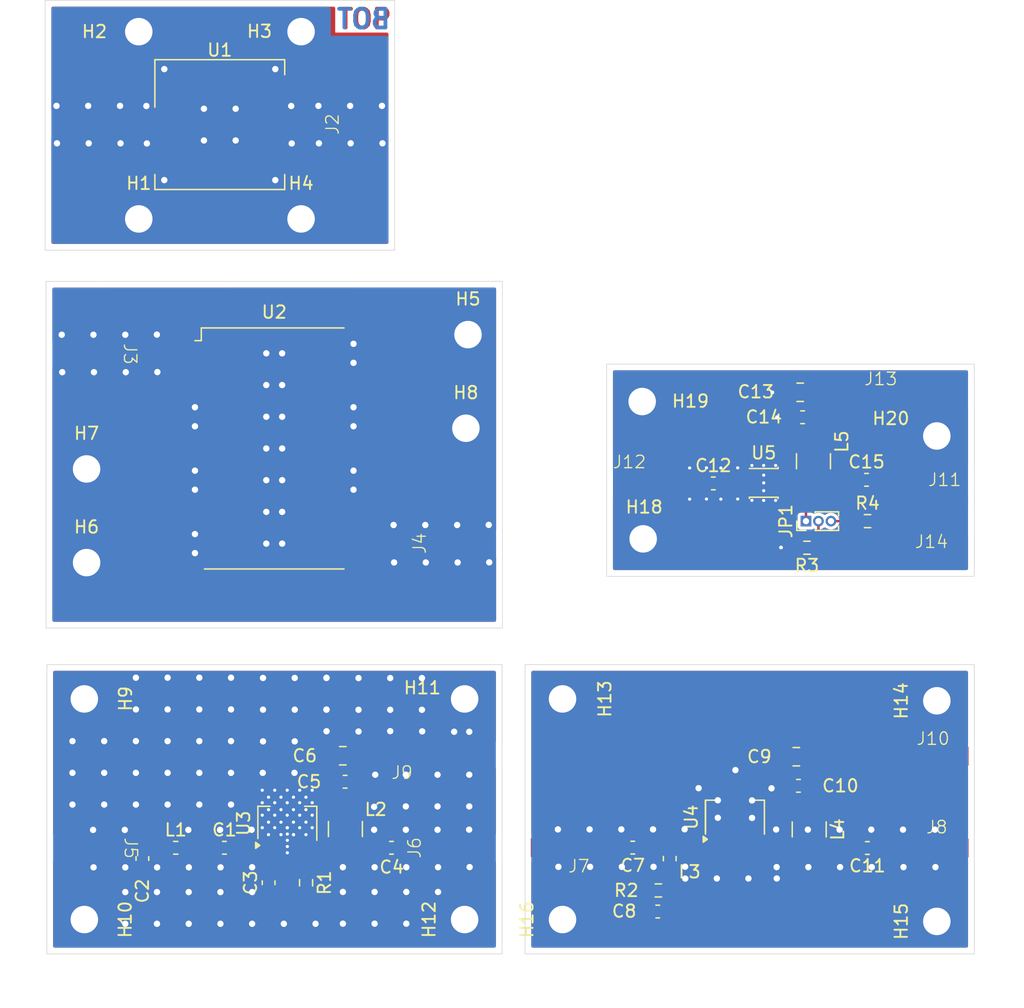
<source format=kicad_pcb>
(kicad_pcb (version 20241229) (generator "pcbnew") (generator_version "9.0")
  (layers (0 "F.Cu" signal) (2 "B.Cu" signal) (13 "F.Paste" user) (15 "B.Paste" user) (5 "F.SilkS" user "F.Silkscreen") (7 "B.SilkS" user "B.Silkscreen") (1 "F.Mask" user) (3 "B.Mask" user) (25 "Edge.Cuts" user))
  (net 0 "")
  (net 1 "GND")
  (net 2 "Net-(C1-Pad2)")
  (net 3 "Net-(C1-Pad1)")
  (net 4 "Net-(C3-Pad2)")
  (net 5 "Net-(C4-Pad1)")
  (net 6 "Net-(U4-RFIN)")
  (net 7 "Net-(C8-Pad2)")
  (net 8 "Net-(U4-RFOUT)")
  (net 9 "Net-(L3-Pad2)")
  (net 10 "Net-(J9-Pin_1)")
  (net 11 "Net-(J5-Pin_1)")
  (net 12 "Net-(J6-Pin_1)")
  (net 13 "Net-(J7-Pin_1)")
  (net 14 "Net-(J10-Pin_1)")
  (net 15 "Net-(J8-Pin_1)")
  (net 16 "Net-(J1-Pin_1)")
  (net 17 "Net-(J2-Pin_1)")
  (net 18 "Net-(J3-Pin_1)")
  (net 19 "Net-(J4-Pin_1)")
  (net 20 "Net-(J12-Pin_1)")
  (net 21 "Net-(U5-RF-IN)")
  (net 22 "Net-(J13-Pin_1)")
  (net 23 "Net-(U5-RF-OUT+Vdd)")
  (net 24 "Net-(J11-Pin_1)")
  (net 25 "Net-(J14-Pin_1)")
  (net 26 "Net-(JP1-A)")
  (net 27 "Net-(JP1-B)")
  (net 28 "Net-(JP1-C)")
  (footprint "Capacitor_SMD:C_0603_1608Metric_Pad1.08x0.95mm_HandSolder" (layer "F.Cu") (at 157.1875 131.76 180)
    (property "Reference" "C7")
    (property "Value" "C_Small")
  )
  (footprint "Capacitor_SMD:C_0603_1608Metric_Pad1.08x0.95mm_HandSolder" (layer "F.Cu") (at 128.02 134.5725 -90)
    (property "Reference" "C3")
    (property "Value" "C_Small")
  )
  (footprint "PanelMountRF_DC:RF_SMA_Edge_PanelMount" (layer "F.Cu") (at 143.45 131.7825 90)
    (property "Reference" "J6")
    (property "Value" "RF_OUT")
  )
  (footprint "PanelMountRF_DC:RF_SMA_Edge_PanelMount" (layer "F.Cu") (at 113.47 131.7925 -90)
    (property "Reference" "J5")
    (property "Value" "RF_IN")
  )
  (footprint "PanelMountRF_DC:RF_SMA_Edge_PanelMount" (layer "F.Cu") (at 181.24 124.44 -90)
    (property "Reference" "J10")
    (property "Value" "+5V")
  )
  (footprint "Capacitor_SMD:C_0805_2012Metric_Pad1.18x1.45mm_HandSolder" (layer "F.Cu") (at 170.6 95.29 180)
    (property "Reference" "C13")
    (property "Value" "C_Small")
  )
  (footprint "Resistor_SMD:R_0603_1608Metric_Pad0.98x0.95mm_HandSolder" (layer "F.Cu") (at 175.99 105.61)
    (property "Reference" "R4")
    (property "Value" "R_Small")
  )
  (footprint "PanelMountRF_DC:RF_SMA_Edge_PanelMount" (layer "F.Cu") (at 181.54 131.79 90)
    (property "Reference" "J8")
    (property "Value" "RF_IN")
  )
  (footprint "MountingHole:MountingHole_2.2mm_M2_DIN965_Pad" (layer "F.Cu") (at 181.54 120 90)
    (property "Reference" "H14")
    (property "Value" "MountingHole_Pad")
  )
  (footprint "MountingHole:MountingHole_2.2mm_M2_DIN965_Pad" (layer "F.Cu") (at 143.72 137.52 90)
    (property "Reference" "H12")
    (property "Value" "MountingHole_Pad")
  )
  (footprint "PanelMountRF_DC:RF_SMA_Edge_PanelMount" (layer "F.Cu") (at 143.65 107.41 90)
    (property "Reference" "J4")
    (property "Value" "RF_OUT")
  )
  (footprint "Resistor_SMD:R_0603_1608Metric_Pad0.98x0.95mm_HandSolder" (layer "F.Cu") (at 131.02 134.5725 90)
    (property "Reference" "R1")
    (property "Value" "R_Small")
  )
  (footprint "PanelMountRF_DC:RF_SMA_Edge_PanelMount" (layer "F.Cu") (at 181.24 102.3 90)
    (property "Reference" "J11")
    (property "Value" "RF_OUT")
  )
  (footprint "Capacitor_SMD:C_0603_1608Metric_Pad1.08x0.95mm_HandSolder" (layer "F.Cu") (at 163.64 102.59)
    (property "Reference" "C12")
    (property "Value" "C_Small")
  )
  (footprint "Package_TO_SOT_SMD:SOT-89-3" (layer "F.Cu") (at 129.52 129.81 90)
    (property "Reference" "U3")
    (property "Value" "PHA-13LN")
  )
  (footprint "minickts_kicad:Mini-Circuits_GP731_LandPatternPL-176" (layer "F.Cu") (at 124.11 73.85)
    (property "Reference" "U1")
    (property "Value" "RBP263+/RBP188+")
  )
  (footprint "Package_TO_SOT_SMD:SOT-89-3_Handsoldering" (layer "F.Cu") (at 165.37 129.32 90)
    (property "Reference" "U4")
    (property "Value" "~")
  )
  (footprint "PanelMountRF_DC:RF_SMA_Edge_PanelMount" (layer "F.Cu") (at 113.33 73.83 -90)
    (property "Reference" "J1" (hide yes))
    (property "Value" "RF_IN")
  )
  (footprint "PanelMountRF_DC:RF_SMA_Edge_PanelMount" (layer "F.Cu") (at 180.53 95.29 -90)
    (property "Reference" "J13")
    (property "Value" "+5V")
  )
  (footprint "Capacitor_SMD:C_0603_1608Metric_Pad1.08x0.95mm_HandSolder" (layer "F.Cu") (at 170.79 97.29 180)
    (property "Reference" "C14")
    (property "Value" "C_Small")
  )
  (footprint "Inductor_SMD:L_1210_3225Metric_Pad1.42x2.65mm_HandSolder" (layer "F.Cu") (at 171.3175 130.3 -90)
    (property "Reference" "L4")
    (property "Value" "L_Small")
  )
  (footprint "PanelMountRF_DC:RF_SMA_Edge_PanelMount" (layer "F.Cu") (at 113.51 92.16 -90)
    (property "Reference" "J3")
    (property "Value" "RF_IN")
  )
  (footprint "Capacitor_SMD:C_0603_1608Metric_Pad1.08x0.95mm_HandSolder" (layer "F.Cu") (at 170.4575 126.81 180)
    (property "Reference" "C10")
    (property "Value" "C_Small")
  )
  (footprint "MountingHole:MountingHole_2.2mm_M2_DIN965_Pad" (layer "F.Cu") (at 151.56 119.85 90)
    (property "Reference" "H13")
    (property "Value" "MountingHole_Pad")
  )
  (footprint "Inductor_SMD:L_1210_3225Metric_Pad1.42x2.65mm_HandSolder" (layer "F.Cu") (at 171.66 100.81 -90)
    (property "Reference" "L5")
    (property "Value" "L_Small")
  )
  (footprint "MountingHole:MountingHole_2.2mm_M2_DIN965_Pad" (layer "F.Cu") (at 143.99 90.67)
    (property "Reference" "H5")
    (property "Value" "MountingHole_Pad")
  )
  (footprint "Capacitor_SMD:C_0603_1608Metric_Pad1.08x0.95mm_HandSolder" (layer "F.Cu") (at 175.9775 131.79 180)
    (property "Reference" "C11")
    (property "Value" "C_Small")
  )
  (footprint "Capacitor_SMD:C_0805_2012Metric_Pad1.18x1.45mm_HandSolder" (layer "F.Cu") (at 133.9575 124.4025 180)
    (property "Reference" "C6")
    (property "Value" "C_Small")
  )
  (footprint "MountingHole:MountingHole_2.2mm_M2_DIN965_Pad" (layer "F.Cu") (at 181.54 137.67 90)
    (property "Reference" "H15")
    (property "Value" "MountingHole_Pad")
  )
  (footprint "Resistor_SMD:R_0603_1608Metric_Pad0.98x0.95mm_HandSolder" (layer "F.Cu") (at 159.2375 135.19)
    (property "Reference" "R2")
    (property "Value" "R_Small")
  )
  (footprint "Capacitor_SMD:C_0603_1608Metric_Pad1.08x0.95mm_HandSolder" (layer "F.Cu") (at 137.86 131.7725)
    (property "Reference" "C4")
    (property "Value" "C_Small")
  )
  (footprint "Inductor_SMD:L_0603_1608Metric_Pad1.05x0.95mm_HandSolder" (layer "F.Cu") (at 120.58 131.7725)
    (property "Reference" "L1")
    (property "Value" "L_Small")
  )
  (footprint "Capacitor_SMD:C_0603_1608Metric_Pad1.08x0.95mm_HandSolder" (layer "F.Cu") (at 124.48 131.7725)
    (property "Reference" "C1")
    (property "Value" "C_Small")
  )
  (footprint "PanelMountRF_DC:RF_SMA_Edge_PanelMount" (layer "F.Cu") (at 134.88 73.83 90)
    (property "Reference" "J2")
    (property "Value" "RF_OUT")
  )
  (footprint "Connector_PinHeader_1.00mm:PinHeader_1x03_P1.00mm_Vertical" (layer "F.Cu") (at 171.06 105.61 90)
    (property "Reference" "JP1")
    (property "Value" "Jumper_3_Bridged12")
  )
  (footprint "Resistor_SMD:R_0603_1608Metric_Pad0.98x0.95mm_HandSolder" (layer "F.Cu") (at 171.14 107.74 180)
    (property "Reference" "R3")
    (property "Value" "R_Small")
  )
  (footprint "minickts_kicad:Mini-Circuits_HF1139_LandPatternPL-230" (layer "F.Cu") (at 128.4695 99.79)
    (property "Reference" "U2")
    (property "Value" "~")
  )
  (footprint "MountingHole:MountingHole_2.2mm_M2_DIN965_Pad" (layer "F.Cu") (at 113.44 101.43)
    (property "Reference" "H7")
    (property "Value" "MountingHole_Pad")
  )
  (footprint "PanelMountRF_DC:RF_SMA_Edge_PanelMount" (layer "F.Cu") (at 158.34 102.6 90)
    (property "Reference" "J12")
    (property "Value" "RF_OUT")
  )
  (footprint "MountingHole:MountingHole_2.2mm_M2_DIN965_Pad" (layer "F.Cu") (at 113.26 137.52 90)
    (property "Reference" "H10")
    (property "Value" "MountingHole_Pad")
  )
  (footprint "Capacitor_SMD:C_0805_2012Metric_Pad1.18x1.45mm_HandSolder" (layer "F.Cu") (at 170.2875 124.48 180)
    (property "Reference" "C9")
    (property "Value" "C_Small")
  )
  (footprint "PanelMountRF_DC:RF_SMA_Edge_PanelMount" (layer "F.Cu") (at 181.24 105.61 90)
    (property "Reference" "J14")
    (property "Value" "VSHUT")
  )
  (footprint "Capacitor_SMD:C_0603_1608Metric_Pad1.08x0.95mm_HandSolder" (layer "F.Cu") (at 175.91 102.3)
    (property "Reference" "C15")
    (property "Value" "C_Small")
  )
  (footprint "MountingHole:MountingHole_2.2mm_M2_DIN965_Pad" (layer "F.Cu") (at 130.62 66.405)
    (property "Reference" "H3")
    (property "Value" "MountingHole_Pad")
  )
  (footprint "MountingHole:MountingHole_2.2mm_M2_DIN965_Pad" (layer "F.Cu") (at 151.56 137.52 90)
    (property "Reference" "H16")
    (property "Value" "MountingHole_Pad")
  )
  (footprint "Capacitor_SMD:C_0603_1608Metric_Pad1.08x0.95mm_HandSolder" (layer "F.Cu") (at 159.1875 136.88 180)
    (property "Reference" "C8")
    (property "Value" "C_Small")
  )
  (footprint "MountingHole:MountingHole_2.2mm_M2_DIN965_Pad" (layer "F.Cu") (at 113.44 108.93)
    (property "Reference" "H6")
    (property "Value" "MountingHole_Pad")
  )
  (footprint "MountingHole:MountingHole_2.2mm_M2_DIN965_Pad" (layer "F.Cu") (at 117.62 81.405)
    (property "Reference" "H1")
    (property "Value" "MountingHole_Pad")
  )
  (footprint "MountingHole:MountingHole_2.2mm_M2_DIN965_Pad" (layer "F.Cu") (at 117.62 66.405)
    (property "Reference" "H2")
    (property "Value" "MountingHole_Pad")
  )
  (footprint "MountingHole:MountingHole_2.2mm_M2_DIN965_Pad" (layer "F.Cu") (at 130.62 81.405)
    (property "Reference" "H4")
    (property "Value" "MountingHole_Pad")
  )
  (footprint "PanelMountRF_DC:RF_SMA_Edge_PanelMount" (layer "F.Cu") (at 152.86 131.8 90)
    (property "Reference" "J7")
    (property "Value" "RF_IN")
  )
  (footprint "Inductor_SMD:L_1210_3225Metric_Pad1.42x2.65mm_HandSolder" (layer "F.Cu") (at 134.17 130.2725 -90)
    (property "Reference" "L2")
    (property "Value" "L_Small")
  )
  (footprint "MountingHole:MountingHole_2.2mm_M2_DIN965_Pad" (layer "F.Cu") (at 143.72 119.85 90)
    (property "Reference" "H11")
    (property "Value" "MountingHole_Pad")
  )
  (footprint "MountingHole:MountingHole_2.2mm_M2_DIN965_Pad" (layer "F.Cu") (at 113.26 119.85 90)
    (property "Reference" "H9")
    (property "Value" "MountingHole_Pad")
  )
  (footprint "MountingHole:MountingHole_2.2mm_M2_DIN965_Pad" (layer "F.Cu") (at 158.02 107.03)
    (property "Reference" "H18")
    (property "Value" "MountingHole_Pad")
  )
  (footprint "MountingHole:MountingHole_2.2mm_M2_DIN965_Pad" (layer "F.Cu") (at 157.94 96.03)
    (property "Reference" "H19")
    (property "Value" "MountingHole_Pad")
  )
  (footprint "MountingHole:MountingHole_2.2mm_M2_DIN965_Pad" (layer "F.Cu") (at 181.54 98.79)
    (property "Reference" "H20")
    (property "Value" "MountingHole_Pad")
  )
  (footprint "Inductor_SMD:L_0603_1608Metric_Pad1.05x0.95mm_HandSolder" (layer "F.Cu") (at 160.1475 132.64 -90)
    (property "Reference" "L3")
    (property "Value" "L_Small")
  )
  (footprint "minickts_kicad:QFN-8_EP_2x2_Pitch0.5mm" (layer "F.Cu") (at 167.67625 102.545)
    (property "Reference" "U5")
    (property "Value" "~")
  )
  (footprint "PanelMountRF_DC:RF_SMA_Edge_PanelMount" (layer "F.Cu") (at 138.69 124.3425 90)
    (property "Reference" "J9")
    (property "Value" "+5V")
  )
  (footprint "Capacitor_SMD:C_0603_1608Metric_Pad1.08x0.95mm_HandSolder" (layer "F.Cu") (at 117.91 132.6325 90)
    (property "Reference" "C2")
    (property "Value" "C_Small")
  )
  (footprint "Capacitor_SMD:C_0603_1608Metric_Pad1.08x0.95mm_HandSolder" (layer "F.Cu") (at 134.1475 126.4825 180)
    (property "Reference" "C5")
    (property "Value" "C_Small")
  )
  (footprint "MountingHole:MountingHole_2.2mm_M2_DIN965_Pad" (layer "F.Cu") (at 143.82 98.17)
    (property "Reference" "H8")
    (property "Value" "MountingHole_Pad")
  )
  (gr_rect (start 155.1 93.03) (end 184.54 110.03) (stroke (width 0.05)) (fill no) (layer "Edge.Cuts"))
  (gr_line (start 146.74 114.17) (end 110.199 114.17) (stroke (width 0.05)) (layer "Edge.Cuts"))
  (gr_rect (start 148.56 117.1) (end 184.54 140.27) (stroke (width 0.05)) (fill no) (layer "Edge.Cuts"))
  (gr_line (start 146.74 86.4) (end 146.74 114.17) (stroke (width 0.05)) (layer "Edge.Cuts"))
  (gr_line (start 110.199 86.41) (end 110.199 114.17) (stroke (width 0.05)) (layer "Edge.Cuts"))
  (gr_line (start 110.199 86.41) (end 146.74 86.4) (stroke (width 0.05)) (layer "Edge.Cuts"))
  (gr_rect (start 110.26 117.1) (end 146.72 140.27) (stroke (width 0.05)) (fill no) (layer "Edge.Cuts"))
  (gr_rect (start 110.12 63.905) (end 138.12 83.905) (stroke (width 0.05)) (fill no) (layer "Edge.Cuts"))
  (gr_text "TOP" (at 133.42 66.27 0) (layer "F.Cu") (effects (font (size 1.5 1.5) (thickness 0.3) (bold yes)) (justify left bottom)))
  (gr_text "BOT" (at 137.93 66.27 0) (layer "B.Cu") (effects (font (size 1.5 1.5) (thickness 0.3) (bold yes)) (justify left bottom mirror)))
  (segment (start 170.2275 107.74) (end 169.08 107.74) (width 0.2) (layer "F.Cu") (net 1))
  (segment (start 168.38 95.29) (end 168.37 95.3) (width 0.2) (layer "F.Cu") (net 1))
  (segment (start 169.08 107.74) (end 169.06 107.72) (width 0.2) (layer "F.Cu") (net 1))
  (segment (start 168.75 97.29) (end 168.74 97.28) (width 0.2) (layer "F.Cu") (net 1))
  (segment (start 169.9275 97.29) (end 168.75 97.29) (width 0.2) (layer "F.Cu") (net 1))
  (segment (start 169.5625 95.29) (end 168.38 95.29) (width 0.2) (layer "F.Cu") (net 1))
  (via (at 161.38 133.29) (size 0.6096) (drill 0.508) (layers "F.Cu" "B.Cu") (net 1))
  (via (at 128.01 127.72) (size 0.3048) (drill 0.254) (layers "F.Cu" "B.Cu") (net 1))
  (via (at 144.12 133.32) (size 0.6096) (drill 0.508) (layers "F.Cu" "B.Cu") (net 1))
  (via (at 144.08 130.32) (size 0.6096) (drill 0.508) (layers "F.Cu" "B.Cu") (net 1))
  (via (at 171.21 130.32) (size 0.6096) (drill 0.508) (layers "F.Cu" "B.Cu") (net 1))
  (via (at 112.31 125.77) (size 0.6096) (drill 0.508) (layers "F.Cu" "B.Cu") (net 1))
  (via (at 140.32 122.45) (size 0.6096) (drill 0.508) (layers "F.Cu" "B.Cu") (net 1))
  (via (at 130.02 130.7275) (size 0.3048) (drill 0.254) (layers "F.Cu" "B.Cu") (net 1))
  (via (at 129.52 131.6725) (size 0.3048) (drill 0.254) (layers "F.Cu" "B.Cu") (net 1))
  (via (at 168.72 134.23) (size 0.6096) (drill 0.508) (layers "F.Cu" "B.Cu") (net 1))
  (via (at 129.52 131.1725) (size 0.3048) (drill 0.254) (layers "F.Cu" "B.Cu") (net 1))
  (via (at 130.51 127.1625) (size 0.3048) (drill 0.254) (layers "F.Cu" "B.Cu") (net 1))
  (via (at 131.51 128.1625) (size 0.3048) (drill 0.254) (layers "F.Cu" "B.Cu") (net 1))
  (via (at 167.67625 103.17) (size 0.3048) (drill 0.254) (layers "F.Cu" "B.Cu") (net 1))
  (via (at 129.51 128.1625) (size 0.3048) (drill 0.254) (layers "F.Cu" "B.Cu") (net 1))
  (via (at 117.39 120.69) (size 0.6096) (drill 0.508) (layers "F.Cu" "B.Cu") (net 1))
  (via (at 111.07 75.35) (size 0.6096) (drill 0.508) (layers "F.Cu" "B.Cu") (net 1))
  (via (at 142.88 122.48) (size 0.6096) (drill 0.508) (layers "F.Cu" "B.Cu") (net 1))
  (via (at 116.54 135.32) (size 0.6096) (drill 0.508) (layers "F.Cu" "B.Cu") (net 1))
  (via (at 137.1 72.35) (size 0.6096) (drill 0.508) (layers "F.Cu" "B.Cu") (net 1))
  (via (at 145.69 108.91) (size 0.6096) (drill 0.508) (layers "F.Cu" "B.Cu") (net 1))
  (via (at 113.61 75.35) (size 0.6096) (drill 0.508) (layers "F.Cu" "B.Cu") (net 1))
  (via (at 134.59 75.35) (size 0.6096) (drill 0.508) (layers "F.Cu" "B.Cu") (net 1))
  (via (at 171.25 133.32) (size 0.6096) (drill 0.508) (layers "F.Cu" "B.Cu") (net 1))
  (via (at 117.39 123.23) (size 0.6096) (drill 0.508) (layers "F.Cu" "B.Cu") (net 1))
  (via (at 140.57 105.92) (size 0.6096) (drill 0.508) (layers "F.Cu" "B.Cu") (net 1))
  (via (at 143.12 105.92) (size 0.6096) (drill 0.508) (layers "F.Cu" "B.Cu") (net 1))
  (via (at 116.54 90.68) (size 0.6096) (drill 0.508) (layers "F.Cu" "B.Cu") (net 1))
  (via (at 136.47 130.33) (size 0.6096) (drill 0.508) (layers "F.Cu" "B.Cu") (net 1))
  (via (at 121.63 133.34) (size 0.6096) (drill 0.508) (layers "F.Cu" "B.Cu") (net 1))
  (via (at 139.01 130.33) (size 0.6096) (drill 0.508) (layers "F.Cu" "B.Cu") (net 1))
  (via (at 116.54 133.34) (size 0.6096) (drill 0.508) (layers "F.Cu" "B.Cu") (net 1))
  (via (at 164 127.97) (size 0.6096) (drill 0.508) (layers "F.Cu" "B.Cu") (net 1))
  (via (at 114.85 128.31) (size 0.6096) (drill 0.508) (layers "F.Cu" "B.Cu") (net 1))
  (via (at 173.79 133.32) (size 0.6096) (drill 0.508) (layers "F.Cu" "B.Cu") (net 1))
  (via (at 129.51 130.1625) (size 0.3048) (drill 0.254) (layers "F.Cu" "B.Cu") (net 1))
  (via (at 168.63 103.95) (size 0.3048) (drill 0.254) (layers "F.Cu" "B.Cu") (net 1))
  (via (at 140.3 118.18) (size 0.6096) (drill 0.508) (layers "F.Cu" "B.Cu") (net 1))
  (via (at 181.39 130.32) (size 0.6096) (drill 0.508) (layers "F.Cu" "B.Cu") (net 1))
  (via (at 153.77 133.3) (size 0.6096) (drill 0.508) (layers "F.Cu" "B.Cu") (net 1))
  (via (at 173.75 130.32) (size 0.6096) (drill 0.508) (layers "F.Cu" "B.Cu") (net 1))
  (via (at 130.01 127.72) (size 0.3048) (drill 0.254) (layers "F.Cu" "B.Cu") (net 1))
  (via (at 132.65 118.17) (size 0.6096) (drill 0.508) (layers "F.Cu" "B.Cu") (net 1))
  (via (at 138.07 108.92) (size 0.6096) (drill 0.508) (layers "F.Cu" "B.Cu") (net 1))
  (via (at 122.47 128.31) (size 0.6096) (drill 0.508) (layers "F.Cu" "B.Cu") (net 1))
  (via (at 124.16 137.86) (size 0.6096) (drill 0.508) (layers "F.Cu" "B.Cu") (net 1))
  (via (at 113.96 130.34) (size 0.6096) (drill 0.508) (layers "F.Cu" "B.Cu") (net 1))
  (via (at 144.09 128.46) (size 0.6096) (drill 0.508) (layers "F.Cu" "B.Cu") (net 1))
  (via (at 144.09 122.48) (size 0.6096) (drill 0.508) (layers "F.Cu" "B.Cu") (net 1))
  (via (at 132.66 120.7) (size 0.6096) (drill 0.508) (layers "F.Cu" "B.Cu") (net 1))
  (via (at 163.09 103.84) (size 0.3048) (drill 0.254) (layers "F.Cu" "B.Cu") (net 1))
  (via (at 132.66 118.16) (size 0.6096) (drill 0.508) (layers "F.Cu" "B.Cu") (net 1))
  (via (at 131.01 129.72) (size 0.3048) (drill 0.254) (layers "F.Cu" "B.Cu") (net 1))
  (via (at 165.41 125.55) (size 0.6096) (drill 0.508) (layers "F.Cu" "B.Cu") (net 1))
  (via (at 132.65 120.71) (size 0.6096) (drill 0.508) (layers "F.Cu" "B.Cu") (net 1))
  (via (at 166.45 134.23) (size 0.6096) (drill 0.508) (layers "F.Cu" "B.Cu") (net 1))
  (via (at 121.59 130.34) (size 0.6096) (drill 0.508) (layers "F.Cu" "B.Cu") (net 1))
  (via (at 114.85 125.77) (size 0.6096) (drill 0.508) (layers "F.Cu" "B.Cu") (net 1))
  (via (at 129.83 72.36) (size 0.6096) (drill 0.508) (layers "F.Cu" "B.Cu") (net 1))
  (via (at 122.47 125.77) (size 0.6096) (drill 0.508) (layers "F.Cu" "B.Cu") (net 1))
  (via (at 125.01 125.77) (size 0.6096) (drill 0.508) (layers "F.Cu" "B.Cu") (net 1))
  (via (at 168.74 97.28) (size 0.6) (drill 0.3) (layers "F.Cu" "B.Cu") (net 1))
  (via (at 133.97 137.85) (size 0.6096) (drill 0.508) (layers "F.Cu" "B.Cu") (net 1))
  (via (at 119.93 128.31) (size 0.6096) (drill 0.508) (layers "F.Cu" "B.Cu") (net 1))
  (via (at 136.51 137.85) (size 0.6096) (drill 0.508) (layers "F.Cu" "B.Cu") (net 1))
  (via (at 139.01 128.46) (size 0.6096) (drill 0.508) (layers "F.Cu" "B.Cu") (net 1))
  (via (at 127.57 118.17) (size 0.6096) (drill 0.508) (layers "F.Cu" "B.Cu") (net 1))
  (via (at 126.7 137.86) (size 0.6096) (drill 0.508) (layers "F.Cu" "B.Cu") (net 1))
  (via (at 128.01 128.72) (size 0.3048) (drill 0.254) (layers "F.Cu" "B.Cu") (net 1))
  (via (at 130.51 128.1625) (size 0.3048) (drill 0.254) (layers "F.Cu" "B.Cu") (net 1))
  (via (at 129.51 129.1625) (size 0.3048) (drill 0.254) (layers "F.Cu" "B.Cu") (net 1))
  (via (at 121.62 135.32) (size 0.6096) (drill 0.508) (layers "F.Cu" "B.Cu") (net 1))
  (via (at 126.7 133.33) (size 0.6096) (drill 0.508) (layers "F.Cu" "B.Cu") (net 1))
  (via (at 137.76 120.72) (size 0.6096) (drill 0.508) (layers "F.Cu" "B.Cu") (net 1))
  (via (at 130.51 129.1625) (size 0.3048) (drill 0.254) (layers "F.Cu" "B.Cu") (net 1))
  (via (at 137.76 122.43) (size 0.6096) (drill 0.508) (layers "F.Cu" "B.Cu") (net 1))
  (via (at 168.37 95.3) (size 0.6) (drill 0.3) (layers "F.Cu" "B.Cu") (net 1))
  (via (at 125.01 123.23) (size 0.6096) (drill 0.508) (layers "F.Cu" "B.Cu") (net 1))
  (via (at 135.22 122.46) (size 0.6096) (drill 0.508) (layers "F.Cu" "B.Cu") (net 1))
  (via (at 167.67 103.95) (size 0.3048) (drill 0.254) (layers "F.Cu" "B.Cu") (net 1))
  (via (at 129.24 137.86) (size 0.6096) (drill 0.508) (layers "F.Cu" "B.Cu") (net 1))
  (via (at 132.05 75.35) (size 0.6096) (drill 0.508) (layers "F.Cu" "B.Cu") (net 1))
  (via (at 168.67 130.31) (size 0.6096) (drill 0.508) (layers "F.Cu" "B.Cu") (net 1))
  (via (at 122.47 118.15) (size 0.6096) (drill 0.508) (layers "F.Cu" "B.Cu") (net 1))
  (via (at 114 133.34) (size 0.6096) (drill 0.508) (layers "F.Cu" "B.Cu") (net 1))
  (via (at 125.01 128.31) (size 0.6096) (drill 0.508) (layers "F.Cu" "B.Cu") (net 1))
  (via (at 124.17 133.34) (size 0.6096) (drill 0.508) (layers "F.Cu" "B.Cu") (net 1))
  (via (at 176.33 133.32) (size 0.6096) (drill 0.508) (layers "F.Cu" "B.Cu") (net 1))
  (via (at 114.85 123.23) (size 0.6096) (drill 0.508) (layers "F.Cu" "B.Cu") (net 1))
  (via (at 169.06 107.72) (size 0.6) (drill 0.3) (layers "F.Cu" "B.Cu") (net 1))
  (via (at 130.11 118.17) (size 0.6096) (drill 0.508) (layers "F.Cu" "B.Cu") (net 1))
  (via (at 140.3 120.72) (size 0.6096) (drill 0.508) (layers "F.Cu" "B.Cu") (net 1))
  (via (at 153.73 130.3) (size 0.6096) (drill 0.508) (layers "F.Cu" "B.Cu") (net 1))
  (via (at 162.46 127) (size 0.6096) (drill 0.508) (layers "F.Cu" "B.Cu") (net 1))
  (via (at 119.93 125.77) (size 0.6096) (drill 0.508) (layers "F.Cu" "B.Cu") (net 1))
  (via (at 144.09 125.92) (size 0.6096) (drill 0.508) (layers "F.Cu" "B.Cu") (net 1))
  (via (at 111.45 90.68) (size 0.6096) (drill 0.508) (layers "F.Cu" "B.Cu") (net 1))
  (via (at 111.49 93.68) (size 0.6096) (drill 0.508) (layers "F.Cu" "B.Cu") (net 1))
  (via (at 141.55 130.33) (size 0.6096) (drill 0.508) (layers "F.Cu" "B.Cu") (net 1))
  (via (at 141.59 135.31) (size 0.6096) (drill 0.508) (layers "F.Cu" "B.Cu") (net 1))
  (via (at 130.09 125.77) (size 0.6096) (drill 0.508) (layers "F.Cu" "B.Cu") (net 1))
  (via (at 117.39 118.15) (size 0.6096) (drill 0.508) (layers "F.Cu" "B.Cu") (net 1))
  (via (at 119.07 90.67) (size 0.6096) (drill 0.508) (layers "F.Cu" "B.Cu") (net 1))
  (via (at 111.03 72.35) (size 0.6096) (drill 0.508) (layers "F.Cu" "B.Cu") (net 1))
  (via (at 125.01 120.69) (size 0.6096) (drill 0.508) (layers "F.Cu" "B.Cu") (net 1))
  (via (at 124.13 130.34) (size 0.6096) (drill 0.508) (layers "F.Cu" "B.Cu") (net 1))
  (via (at 119.93 123.23) (size 0.6096) (drill 0.508) (layers "F.Cu" "B.Cu") (net 1))
  (via (at 133.97 133.33) (size 0.6096) (drill 0.508) (layers "F.Cu" "B.Cu") (net 1))
  (via (at 176.29 130.32) (size 0.6096) (drill 0.508) (layers "F.Cu" "B.Cu") (net 1))
  (via (at 136.51 135.31) (size 0.6096) (drill 0.508) (layers "F.Cu" "B.Cu") (net 1))
  (via (at 116.5 130.34) (size 0.6096) (drill 0.508) (layers "F.Cu" "B.Cu") (net 1))
  (via (at 128.51 127.1625) (size 0.3048) (drill 0.254) (layers "F.Cu" "B.Cu") (net 1))
  (via (at 136.51 133.33) (size 0.6096) (drill 0.508) (layers "F.Cu" "B.Cu") (net 1))
  (via (at 116.12 72.35) (size 0.6096) (drill 0.508) (layers "F.Cu" "B.Cu") (net 1))
  (via (at 128.51 129.1625) (size 0.3048) (drill 0.254) (layers "F.Cu" "B.Cu") (net 1))
  (via (at 140.61 108.92) (size 0.6096) (drill 0.508) (layers "F.Cu" "B.Cu") (net 1))
  (via (at 132.66 122.44) (size 0.6096) (drill 0.508) (layers "F.Cu" "B.Cu") (net 1))
  (via (at 161.34 130.29) (size 0.6096) (drill 0.508) (layers "F.Cu" "B.Cu") (net 1))
  (via (at 161.74 101.35) (size 0.3048) (drill 0.254) (layers "F.Cu" "B.Cu") (net 1))
  (via (at 136.47 128.49) (size 0.6096) (drill 0.508) (layers "F.Cu" "B.Cu") (net 1))
  (via (at 167.67 101.15) (size 0.3048) (drill 0.254) (layers "F.Cu" "B.Cu") (net 1))
  (via (at 161.74 103.85) (size 0.3048) (drill 0.254) (layers "F.Cu" "B.Cu") (net 1))
  (via (at 129.87 75.36) (size 0.6096) (drill 0.508) (layers "F.Cu" "B.Cu") (net 1))
  (via (at 119.09 133.34) (size 0.6096) (drill 0.508) (layers "F.Cu" "B.Cu") (net 1))
  (via (at 119.93 118.15) (size 0.6096) (drill 0.508) (layers "F.Cu" "B.Cu") (net 1))
  (via (at 119.93 120.69) (size 0.6096) (drill 0.508) (layers "F.Cu" "B.Cu") (net 1))
  (via (at 163.92 134.23) (size 0.6096) (drill 0.508) (layers "F.Cu" "B.Cu") (net 1))
  (via (at 125.01 118.15) (size 0.6096) (drill 0.508) (layers "F.Cu" "B.Cu") (net 1))
  (via (at 121.62 137.86) (size 0.6096) (drill 0.508) (layers "F.Cu" "B.Cu") (net 1))
  (via (at 129.01 127.72) (size 0.3048) (drill 0.254) (layers "F.Cu" "B.Cu") (net 1))
  (via (at 166.73 103.94) (size 0.3048) (drill 0.254) (layers "F.Cu" "B.Cu") (net 1))
  (via (at 129.52 132.1725) (size 0.3048) (drill 0.254) (layers "F.Cu" "B.Cu") (net 1))
  (via (at 141.55 128.46) (size 0.6096) (drill 0.508) (layers "F.Cu" "B.Cu") (net 1))
  (via (at 167.67625 102.545) (size 0.3048) (drill 0.254) (layers "F.Cu" "B.Cu") (net 1))
  (via (at 135.22 118.18) (size 0.6096) (drill 0.508) (layers "F.Cu" "B.Cu") (net 1))
  (via (at 130.11 123.25) (size 0.6096) (drill 0.508) (layers "F.Cu" "B.Cu") (net 1))
  (via (at 141.59 133.33) (size 0.6096) (drill 0.508) (layers "F.Cu" "B.Cu") (net 1))
  (via (at 126.7 135.32) (size 0.6096) (drill 0.508) (layers "F.Cu" "B.Cu") (net 1))
  (via (at 143.16 108.92) (size 0.6096) (drill 0.508) (layers "F.Cu" "B.Cu") (net 1))
  (via (at 130.01 128.72) (size 0.3048) (drill 0.254) (layers "F.Cu" "B.Cu") (net 1))
  (via (at 119.11 93.67) (size 0.6096) (drill 0.508) (layers "F.Cu" "B.Cu") (net 1))
  (via (at 131.51 130.1625) (size 0.3048) (drill 0.254) (layers "F.Cu" "B.Cu") (net 1))
  (via (at 164.24 103.85) (size 0.3048) (drill 0.254) (layers "F.Cu" "B.Cu") (net 1))
  (via (at 156.27 130.3) (size 0.6096) (drill 0.508) (layers "F.Cu" "B.Cu") (net 1))
  (via (at 141.55 125.92) (size 0.6096) (drill 0.508) (layers "F.Cu" "B.Cu") (net 1))
  (via (at 164.24 101.35) (size 0.3048) (drill 0.254) (layers "F.Cu" "B.Cu") (net 1))
  (via (at 118.23 72.36) (size 0.6096) (drill 0.508) (layers "F.Cu" "B.Cu") (net 1))
  (via (at 130.01 129.72) (size 0.3048) (drill 0.254) (layers "F.Cu" "B.Cu") (net 1))
  (via (at 168.63 101.15) (size 0.3048) (drill 0.254) (layers "F.Cu" "B.Cu") (net 1))
  (via (at 119.08 135.32) (size 0.6096) (drill 0.508) (layers "F.Cu" "B.Cu") (net 1))
  (via (at 112.31 128.31) (size 0.6096) (drill 0.508) (layers "F.Cu" "B.Cu") (net 1))
  (via (at 131.01 130.72) (size 0.3048) (drill 0.254) (layers "F.Cu" "B.Cu") (net 1))
  (via (at 131.01 128.72) (size 0.3048) (drill 0.254) (layers "F.Cu" "B.Cu") (net 1))
  (via (at 114.03 93.68) (size 0.6096) (drill 0.508) (layers "F.Cu" "B.Cu") (net 1))
  (via (at 116.16 75.35) (size 0.6096) (drill 0.508) (layers "F.Cu" "B.Cu") (net 1))
  (via (at 124.16 135.32) (size 0.6096) (drill 0.508) (layers "F.Cu" "B.Cu") (net 1))
  (via (at 145.65 105.91) (size 0.6096) (drill 0.508) (layers "F.Cu" "B.Cu") (net 1))
  (via (at 158.81 130.3) (size 0.6096) (drill 0.508) (layers "F.Cu" "B.Cu") (net 1))
  (via (at 127.55 125.77) (size 0.6096) (drill 0.508) (layers "F.Cu" "B.Cu") (net 1))
  (via (at 130.51 130.1625) (size 0.3048) (drill 0.254) (layers "F.Cu" "B.Cu") (net 1))
  (via (at 131.51 127.1625) (size 0.3048) (drill 0.254) (layers "F.Cu" "B.Cu") (net 1))
  (via (at 130.01 130.72) (size 0.3048) (drill 0.254) (layers "F.Cu" "B.Cu") (net 1))
  (via (at 117.39 125.77) (size 0.6096) (drill 0.508) (layers "F.Cu" "B.Cu") (net 1))
  (via (at 127.51 130.1625) (size 0.3048) (drill 0.254) (layers "F.Cu" "B.Cu") (net 1))
  (via (at 137.14 75.35) (size 0.6096) (drill 0.508) (layers "F.Cu" "B.Cu") (net 1))
  (via (at 118.27 75.36) (size 0.6096) (drill 0.508) (layers "F.Cu" "B.Cu") (net 1))
  (via (at 139.05 133.33) (size 0.6096) (drill 0.508) (layers "F.Cu" "B.Cu") (net 1))
  (via (at 156.31 133.3) (size 0.6096) (drill 0.508) (layers "F.Cu" "B.Cu") (net 1))
  (via (at 119.08 137.86) (size 0.6096) (drill 0.508) (layers "F.Cu" "B.Cu") (net 1))
  (via (at 116.58 93.68) (size 0.6096) (drill 0.508) (layers "F.Cu" "B.Cu") (net 1))
  (via (at 129.01 130.72) (size 0.3048) (drill 0.254) (layers "F.Cu" "B.Cu") (net 1))
  (via (at 134.55 72.35) (size 0.6096) (drill 0.508) (layers "F.Cu" "B.Cu") (net 1))
  (via (at 168.3 127.01) (size 0.6096) (drill 0.508) (layers "F.Cu" "B.Cu") (net 1))
  (via (at 129.01 128.72) (size 0.3048) (drill 0.254) (layers "F.Cu" "B.Cu") (net 1))
  (via (at 166.74 129.38) (size 0.6096) (drill 0.508) (layers "F.Cu" "B.Cu") (net 1))
  (via (at 122.47 123.23) (size 0.6096) (drill 0.508) (layers "F.Cu" "B.Cu") (net 1))
  (via (at 122.47 120.69) (size 0.6096) (drill 0.508) (layers "F.Cu" "B.Cu") (net 1))
  (via (at 127.51 128.1625) (size 0.3048) (drill 0.254) (layers "F.Cu" "B.Cu") (net 1))
  (via (at 129.01 129.72) (size 0.3048) (drill 0.254) (layers "F.Cu" "B.Cu") (net 1))
  (via (at 117.39 128.31) (size 0.6096) (drill 0.508) (layers "F.Cu" "B.Cu") (net 1))
  (via (at 128.01 130.72) (size 0.3048) (drill 0.254) (layers "F.Cu" "B.Cu") (net 1))
  (via (at 139.05 137.85) (size 0.6096) (drill 0.508) (layers "F.Cu" "B.Cu") (net 1))
  (via (at 131.01 127.72) (size 0.3048) (drill 0.254) (layers "F.Cu" "B.Cu") (net 1))
  (via (at 128.01 129.72) (size 0.3048) (drill 0.254) (layers "F.Cu" "B.Cu") (net 1))
  (via (at 163.09 101.34) (size 0.3048) (drill 0.254) (layers "F.Cu" "B.Cu") (net 1))
  (via (at 130.11 120.71) (size 0.6096) (drill 0.508) (layers "F.Cu" "B.Cu") (net 1))
  (via (at 131.51 129.1625) (size 0.3048) (drill 0.254) (layers "F.Cu" "B.Cu") (net 1))
  (via (at 127.51 127.1625) (size 0.3048) (drill 0.254) (layers "F.Cu" "B.Cu") (net 1))
  (via (at 166.74 127.98) (size 0.6096) (drill 0.508) (layers "F.Cu" "B.Cu") (net 1))
  (via (at 129.52 130.17) (size 0.3048) (drill 0.254) (layers "F.Cu" "B.Cu") (net 1))
  (via (at 166.73 101.15) (size 0.3048) (drill 0.254) (layers "F.Cu" "B.Cu") (net 1))
  (via (at 165.59 103.84) (size 0.3048) (drill 0.254) (layers "F.Cu" "B.Cu") (net 1))
  (via (at 136.56 125.92) (size 0.6096) (drill 0.508) (layers "F.Cu" "B.Cu") (net 1))
  (via (at 167.67625 101.93) (size 0.3048) (drill 0.254) (layers "F.Cu" "B.Cu") (net 1))
  (via (at 138.03 105.92) (size 0.6096) (drill 0.508) (layers "F.Cu" "B.Cu") (net 1))
  (via (at 151.23 133.3) (size 0.6096) (drill 0.508) (layers "F.Cu" "B.Cu") (net 1))
  (via (at 165.59 101.34) (size 0.3048) (drill 0.254) (layers "F.Cu" "B.Cu") (net 1))
  (via (at 132.01 72.35) (size 0.6096) (drill 0.508) (layers "F.Cu" "B.Cu") (net 1))
  (via (at 128.51 130.1625) (size 0.3048) (drill 0.254) (layers "F.Cu" "B.Cu") (net 1))
  (via (at 161.39 134.24) (size 0.6096) (drill 0.508) (layers "F.Cu" "B.Cu") (net 1))
  (via (at 116.54 137.86) (size 0.6096) (drill 0.508) (layers "F.Cu" "B.Cu") (net 1))
  (via (at 129.51 127.1625) (size 0.3048) (drill 0.254) (layers "F.Cu" "B.Cu") (net 1))
  (via (at 113.99 90.68) (size 0.6096) (drill 0.508) (layers "F.Cu" "B.Cu") (net 1))
  (via (at 139.05 135.31) (size 0.6096) (drill 0.508) (layers "F.Cu" "B.Cu") (net 1))
  (via (at 112.31 123.23) (size 0.6096) (drill 0.508) (layers "F.Cu" "B.Cu") (net 1))
  (via (at 133.97 135.31) (size 0.6096) (drill 0.508) (layers "F.Cu" "B.Cu") (net 1))
  (via (at 137.76 118.18) (size 0.6096) (drill 0.508) (layers "F.Cu" "B.Cu") (net 1))
  (via (at 139.01 125.92) (size 0.6096) (drill 0.508) (layers "F.Cu" "B.Cu") (net 1))
  (via (at 126.66 130.33) (size 0.6096) (drill 0.508) (layers "F.Cu" "B.Cu") (net 1))
  (via (at 131.78 137.86) (size 0.6096) (drill 0.508) (layers "F.Cu" "B.Cu") (net 1))
  (via (at 168.71 133.32) (size 0.6096) (drill 0.508) (layers "F.Cu" "B.Cu") (net 1))
  (via (at 135.22 120.72) (size 0.6096) (drill 0.508) (layers "F.Cu" "B.Cu") (net 1))
  (via (at 113.57 72.35) (size 0.6096) (drill 0.508) (layers "F.Cu" "B.Cu") (net 1))
  (via (at 178.87 133.32) (size 0.6096) (drill 0.508) (layers "F.Cu" "B.Cu") (net 1))
  (via (at 129.52 130.6725) (size 0.3048) (drill 0.254) (layers "F.Cu" "B.Cu") (net 1))
  (via (at 164 129.37) (size 0.6096) (drill 0.508) (layers "F.Cu" "B.Cu") (net 1))
  (via (at 128.51 128.1625) (size 0.3048) (drill 0.254) (layers "F.Cu" "B.Cu") (net 1))
  (via (at 127.51 129.1625) (size 0.3048) (drill 0.254) (layers "F.Cu" "B.Cu") (net 1))
  (via (at 178.83 130.32) (size 0.6096) (drill 0.508) (layers "F.Cu" "B.Cu") (net 1))
  (via (at 181.43 133.32) (size 0.6096) (drill 0.508) (layers "F.Cu" "B.Cu") (net 1))
  (via (at 151.19 130.3) (size 0.6096) (drill 0.508) (layers "F.Cu" "B.Cu") (net 1))
  (via (at 127.57 120.71) (size 0.6096) (drill 0.508) (layers "F.Cu" "B.Cu") (net 1))
  (via (at 158.85 133.3) (size 0.6096) (drill 0.508) (layers "F.Cu" "B.Cu") (net 1))
  (via (at 127.57 123.25) (size 0.6096) (drill 0.508) (layers "F.Cu" "B.Cu") (net 1))
  (segment (start 128.1 132.1525) (end 128.05 132.1025) (width 0.2) (layer "F.Cu") (net 2))
  (segment (start 125.3425 131.7725) (end 127.93 131.7725) (width 1) (layer "F.Cu") (net 2))
  (segment (start 128.02 131.76) (end 128.02 133.71) (width 1) (layer "F.Cu") (net 2))
  (segment (start 121.455 131.7725) (end 123.6175 131.7725) (width 1) (layer "F.Cu") (net 3))
  (segment (start 130.97 135.435) (end 131.02 135.485) (width 1) (layer "F.Cu") (net 4))
  (segment (start 128.02 135.435) (end 130.97 135.435) (width 1) (layer "F.Cu") (net 4))
  (segment (start 134.17 131.76) (end 131.08 131.76) (width 1) (layer "F.Cu") (net 5))
  (segment (start 131.02 131.76) (end 131.02 133.66) (width 1) (layer "F.Cu") (net 5))
  (segment (start 134.17 131.76) (end 136.985 131.76) (width 1) (layer "F.Cu") (net 5))
  (segment (start 158.05 131.76) (end 160.1425 131.76) (width 1) (layer "F.Cu") (net 6))
  (segment (start 160.1425 131.76) (end 160.1475 131.765) (width 1) (layer "F.Cu") (net 6))
  (segment (start 163.865 131.765) (end 163.87 131.77) (width 1) (layer "F.Cu") (net 6))
  (segment (start 160.1475 131.765) (end 163.865 131.765) (width 1) (layer "F.Cu") (net 6))
  (segment (start 158.325 135.19) (end 158.325 136.88) (width 1) (layer "F.Cu") (net 7))
  (segment (start 171.3 131.77) (end 171.3175 131.7875) (width 1) (layer "F.Cu") (net 8))
  (segment (start 166.87 131.77) (end 171.3 131.77) (width 1) (layer "F.Cu") (net 8))
  (segment (start 175.1125 131.7875) (end 175.115 131.79) (width 1) (layer "F.Cu") (net 8))
  (segment (start 171.3175 131.7875) (end 175.1125 131.7875) (width 1) (layer "F.Cu") (net 8))
  (segment (start 160.1475 133.515) (end 160.1475 135.1875) (width 1) (layer "F.Cu") (net 9))
  (segment (start 160.1475 135.1875) (end 160.15 135.19) (width 1) (layer "F.Cu") (net 9))
  (segment (start 135.01 126.4825) (end 135.01 124.4175) (width 1) (layer "F.Cu") (net 10))
  (segment (start 135.055 124.3425) (end 134.995 124.4025) (width 1) (layer "F.Cu") (net 10))
  (segment (start 135.01 124.4175) (end 134.995 124.4025) (width 1) (layer "F.Cu") (net 10))
  (segment (start 143.45 124.3425) (end 135.055 124.3425) (width 1) (layer "F.Cu") (net 10))
  (segment (start 134.17 128.785) (end 134.4975 128.785) (width 1) (layer "F.Cu") (net 10))
  (segment (start 135.01 128.2725) (end 135.01 126.4825) (width 1) (layer "F.Cu") (net 10))
  (segment (start 113.129 131.7725) (end 117.9075 131.7725) (width 1) (layer "F.Cu") (net 11))
  (segment (start 117.91 131.77) (end 119.7025 131.77) (width 1) (layer "F.Cu") (net 11))
  (segment (start 143.7875 131.7725) (end 138.7225 131.7725) (width 1) (layer "F.Cu") (net 12))
  (segment (start 151.56 131.76) (end 156.325 131.76) (width 1) (layer "F.Cu") (net 13))
  (segment (start 181.54 124.44) (end 171.365 124.44) (width 1) (layer "F.Cu") (net 14))
  (segment (start 171.385 124.42) (end 171.325 124.48) (width 1) (layer "F.Cu") (net 14))
  (segment (start 171.3175 128.8125) (end 171.3175 124.4875) (width 1) (layer "F.Cu") (net 14))
  (segment (start 171.3175 124.4875) (end 171.325 124.48) (width 1) (layer "F.Cu") (net 14))
  (segment (start 171.365 124.44) (end 171.325 124.48) (width 1) (layer "F.Cu") (net 14))
  (segment (start 176.84 131.79) (end 181.54 131.79) (width 1) (layer "F.Cu") (net 15))
  (segment (start 113.0375 73.905) (end 112.9825 73.85) (width 0.2) (layer "F.Cu") (net 16))
  (segment (start 113.33 73.85) (end 120.046 73.85) (width 1) (layer "F.Cu") (net 16))
  (segment (start 128.174 73.85) (end 134.88 73.85) (width 1) (layer "F.Cu") (net 17))
  (segment (start 128.294 73.85) (end 128.239 73.905) (width 0.2) (layer "F.Cu") (net 17))
  (segment (start 113.51 92.17) (end 123.199 92.17) (width 1) (layer "F.Cu") (net 18))
  (segment (start 113.209 92.17) (end 113.199 92.18) (width 0.2) (layer "F.Cu") (net 18))
  (segment (start 143.73 107.41) (end 143.74 107.42) (width 0.2) (layer "F.Cu") (net 19))
  (segment (start 133.74 107.41) (end 143.47 107.41) (width 1) (layer "F.Cu") (net 19))
  (segment (start 158.35 102.59) (end 158.34 102.6) (width 1) (layer "F.Cu") (net 20))
  (segment (start 162.7775 102.59) (end 158.35 102.59) (width 1) (layer "F.Cu") (net 20))
  (segment (start 164.5025 102.59) (end 165.22 102.59) (width 1) (layer "F.Cu") (net 21))
  (segment (start 171.66 99.3225) (end 171.66 95.3125) (width 1) (layer "F.Cu") (net 22))
  (segment (start 181.24 95.29) (end 171.6375 95.29) (width 1) (layer "F.Cu") (net 22))
  (segment (start 171.66 95.3125) (end 171.6375 95.29) (width 1) (layer "F.Cu") (net 22))
  (segment (start 171.66 102.2975) (end 175.045 102.2975) (width 1) (layer "F.Cu") (net 23))
  (segment (start 175.045 102.2975) (end 175.0475 102.3) (width 1) (layer "F.Cu") (net 23))
  (segment (start 170.085 102.295) (end 170.09 102.3) (width 0.2) (layer "F.Cu") (net 23))
  (segment (start 170.0925 102.2975) (end 170.09 102.3) (width 1) (layer "F.Cu") (net 23))
  (segment (start 171.66 102.2975) (end 170.0925 102.2975) (width 1) (layer "F.Cu") (net 23))
  (segment (start 176.7725 102.3) (end 181.24 102.3) (width 1) (layer "F.Cu") (net 24))
  (segment (start 171.06 104.24) (end 171.06 105.61) (width 0.2) (layer "F.Cu") (net 26))
  (segment (start 169.62 104) (end 170.82 104) (width 0.2) (layer "F.Cu") (net 26))
  (segment (start 169.38 103.76) (end 169.62 104) (width 0.2) (layer "F.Cu") (net 26))
  (segment (start 169.38 102.86) (end 169.38 103.76) (width 0.2) (layer "F.Cu") (net 26))
  (segment (start 169.315 102.795) (end 169.38 102.86) (width 0.2) (layer "F.Cu") (net 26))
  (segment (start 168.62625 102.795) (end 169.315 102.795) (width 0.2) (layer "F.Cu") (net 26))
  (segment (start 170.82 104) (end 171.06 104.24) (width 0.2) (layer "F.Cu") (net 26))
  (segment (start 173.06 105.61) (end 175.0775 105.61) (width 0.2) (layer "F.Cu") (net 27))
  (segment (start 172.06 107.7325) (end 172.0525 107.74) (width 0.2) (layer "F.Cu") (net 28))
  (segment (start 172.06 105.61) (end 172.06 107.7325) (width 0.2) (layer "F.Cu") (net 28))
  (zone (net 21) (net_name "Net-(U5-RF-IN)") (layer "F.Cu") (priority 10) (connect_pads yes (clearance 0.25)) (min_thickness 0.25) (fill yes (thermal_gap 0.5) (thermal_bridge_width 0.5) (smoothing chamfer) (island_removal_mode 1) (island_area_min 10))
    (polygon (pts (xy 166.97 102.17) (xy 164.96 102.17) (xy 164.96 102.98) (xy 166.255231 102.42) (xy 166.97 102.42)))
  )
  (zone (net 1) (net_name "GND") (layer "F.Cu") (priority 3) (connect_pads yes (clearance 0.25)) (min_thickness 0.25) (fill yes (thermal_gap 0.5) (thermal_bridge_width 0.5))
    (polygon (pts (xy 110.2 86.41) (xy 110.2 114.17) (xy 146.74 114.17) (xy 146.74 86.4)))
  )
  (zone (net 1) (net_name "GND") (layer "F.Cu") (priority 8) (connect_pads yes (clearance 0.25)) (min_thickness 0.25) (fill yes (thermal_gap 0.5) (thermal_bridge_width 0.5))
    (polygon (pts (xy 184.54 93.04) (xy 184.54 110.03) (xy 155.1 110.03) (xy 155.1 93.02)))
  )
  (zone (net 1) (net_name "GND") (layer "F.Cu") (priority 4) (connect_pads yes (clearance 0.25)) (min_thickness 0.25) (fill yes (thermal_gap 0.5) (thermal_bridge_width 0.5))
    (polygon (pts (xy 110.26 117.11) (xy 110.26 140.27) (xy 146.73 140.27) (xy 146.72 117.1)))
  )
  (zone (net 23) (net_name "Net-(U5-RF-OUT+Vdd)") (layer "F.Cu") (priority 11) (connect_pads yes (clearance 0.25)) (min_thickness 0.25) (fill yes (thermal_gap 0.5) (thermal_bridge_width 0.5) (smoothing chamfer) (island_removal_mode 1) (island_area_min 10))
    (polygon (pts (xy 168.23 102.17) (xy 170.31 102.17) (xy 170.31 102.59) (xy 169.64 102.59) (xy 169.02 102.42) (xy 168.23 102.42)))
  )
  (zone (net 1) (net_name "GND") (layer "F.Cu") (priority 1) (connect_pads yes (clearance 0.25)) (min_thickness 0.25) (fill yes (thermal_gap 0.5) (thermal_bridge_width 0.5) (island_removal_mode 1) (island_area_min 10))
    (polygon (pts (xy 148.56 117.1) (xy 148.56 140.27) (xy 184.54 140.27) (xy 184.54 117.1)))
  )
  (zone (net 1) (net_name "GND") (layer "F.Cu") (connect_pads yes (clearance 0.25)) (min_thickness 0.25) (fill yes (thermal_gap 0.5) (thermal_bridge_width 0.5))
    (polygon (pts (xy 110.12 63.9) (xy 110.13 83.9) (xy 138.12 83.9) (xy 138.12 63.9)))
  )
  (zone (net 1) (net_name "GND") (layer "B.Cu") (priority 6) (connect_pads yes (clearance 0.25)) (min_thickness 0.25) (fill yes (thermal_gap 0.5) (thermal_bridge_width 0.5))
    (polygon (pts (xy 110.27 117.11) (xy 110.26 140.27) (xy 146.72 140.27) (xy 146.72 117.1)))
  )
  (zone (net 1) (net_name "GND") (layer "B.Cu") (priority 7) (connect_pads yes (clearance 0.25)) (min_thickness 0.25) (fill yes (thermal_gap 0.5) (thermal_bridge_width 0.5) (island_removal_mode 1) (island_area_min 10))
    (polygon (pts (xy 148.56 117.11) (xy 148.56 140.27) (xy 184.55 140.27) (xy 184.54 117.1)))
  )
  (zone (net 1) (net_name "GND") (layer "B.Cu") (priority 9) (connect_pads yes (clearance 0.25)) (min_thickness 0.25) (fill yes (thermal_gap 0.5) (thermal_bridge_width 0.5))
    (polygon (pts (xy 155.1 93.02) (xy 155.1 110.03) (xy 184.55 110.03) (xy 184.54 93.03)))
  )
  (zone (net 1) (net_name "GND") (layer "B.Cu") (priority 5) (connect_pads yes (clearance 0.5)) (min_thickness 0.25) (fill yes (thermal_gap 0.5) (thermal_bridge_width 0.5))
    (polygon (pts (xy 146.75 86.42) (xy 146.74 114.17) (xy 110.2 114.17) (xy 110.2 86.41)))
  )
  (zone (net 1) (net_name "GND") (layer "B.Cu") (priority 2) (connect_pads yes (clearance 0.5)) (min_thickness 0.5) (fill yes (thermal_gap 0.5) (thermal_bridge_width 0.5) (island_removal_mode 1) (island_area_min 10))
    (polygon (pts (xy 110.13 63.91) (xy 110.12 83.91) (xy 138.13 83.91) (xy 138.12 63.9)))
  )
)
</source>
